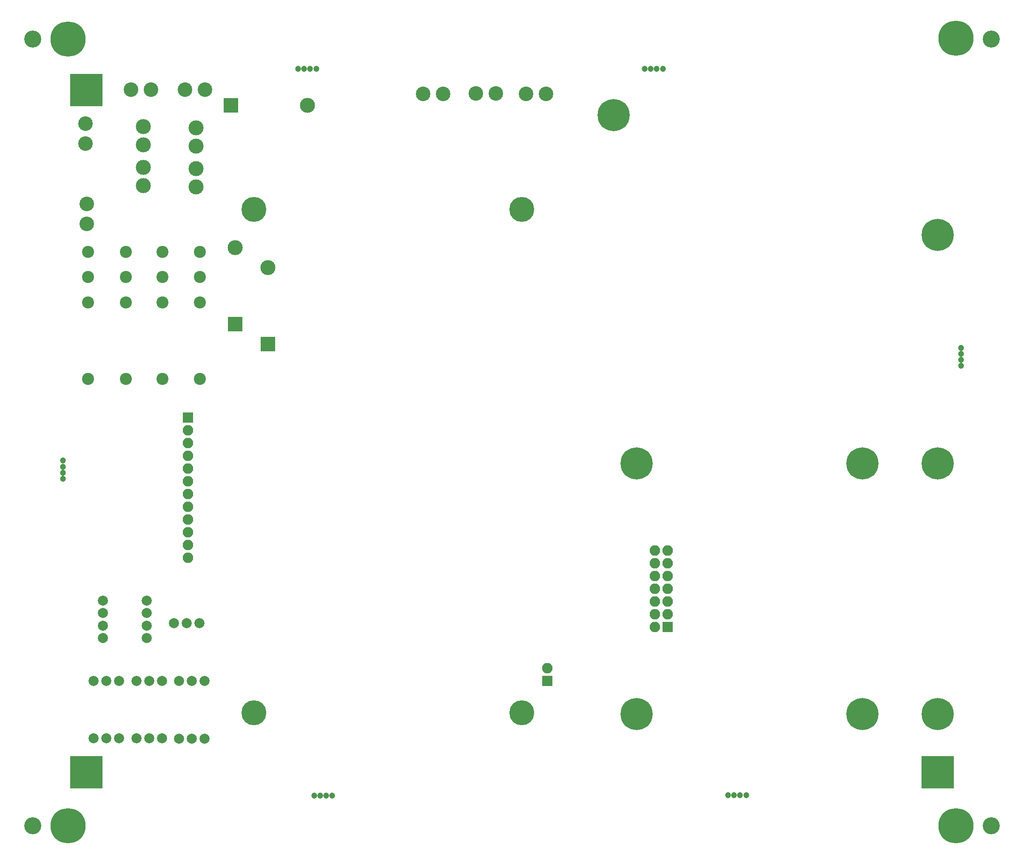
<source format=gbr>
G04 #@! TF.FileFunction,Soldermask,Bot*
%FSLAX46Y46*%
G04 Gerber Fmt 4.6, Leading zero omitted, Abs format (unit mm)*
G04 Created by KiCad (PCBNEW 4.0.6) date 07/17/17 17:34:44*
%MOMM*%
%LPD*%
G01*
G04 APERTURE LIST*
%ADD10C,0.100000*%
%ADD11C,1.200000*%
%ADD12C,3.400000*%
%ADD13R,2.100000X2.100000*%
%ADD14O,2.100000X2.100000*%
%ADD15C,2.400000*%
%ADD16C,3.000000*%
%ADD17C,2.900000*%
%ADD18C,2.000000*%
%ADD19C,4.972000*%
%ADD20R,6.400000X6.400000*%
%ADD21C,6.400000*%
%ADD22C,7.000000*%
%ADD23R,3.000000X3.000000*%
%ADD24O,3.000000X3.000000*%
G04 APERTURE END LIST*
D10*
D11*
X75400000Y-23500000D03*
X79000000Y-23500000D03*
X77800000Y-23500000D03*
X76600000Y-23500000D03*
X78600000Y-168400000D03*
X82200000Y-168400000D03*
X81000000Y-168400000D03*
X79800000Y-168400000D03*
D12*
X22600000Y-17600000D03*
X213400000Y-17600000D03*
X213400000Y-174400000D03*
X22600000Y-174400000D03*
D11*
X28600000Y-104000000D03*
X28600000Y-102800000D03*
X28600000Y-101600000D03*
X28600000Y-105200000D03*
X162200000Y-168300000D03*
X163400000Y-168300000D03*
X164600000Y-168300000D03*
X161000000Y-168300000D03*
D13*
X148970000Y-134750000D03*
D14*
X146430000Y-134750000D03*
X148970000Y-132210000D03*
X146430000Y-132210000D03*
X148970000Y-129670000D03*
X146430000Y-129670000D03*
X148970000Y-127130000D03*
X146430000Y-127130000D03*
X148970000Y-124590000D03*
X146430000Y-124590000D03*
X148970000Y-122050000D03*
X146430000Y-122050000D03*
X148970000Y-119510000D03*
X146430000Y-119510000D03*
D15*
X55850000Y-85330000D03*
X48350000Y-85330000D03*
X48350000Y-65030000D03*
X48350000Y-59990000D03*
X55850000Y-59990000D03*
X55850000Y-65030000D03*
X55850000Y-70070000D03*
X48350000Y-70070000D03*
D16*
X44600000Y-35005000D03*
X44600000Y-46795000D03*
X44600000Y-38665000D03*
X44600000Y-43135000D03*
X55100000Y-35255000D03*
X55100000Y-47045000D03*
X55100000Y-38915000D03*
X55100000Y-43385000D03*
D13*
X53500000Y-93000000D03*
D14*
X53500000Y-95540000D03*
X53500000Y-98080000D03*
X53500000Y-100620000D03*
X53500000Y-103160000D03*
X53500000Y-105700000D03*
X53500000Y-108240000D03*
X53500000Y-110780000D03*
X53500000Y-113320000D03*
X53500000Y-115860000D03*
X53500000Y-118400000D03*
X53500000Y-120940000D03*
D17*
X42120000Y-27650000D03*
X46080000Y-27650000D03*
X52870000Y-27650000D03*
X56830000Y-27650000D03*
X100270000Y-28500000D03*
X104230000Y-28500000D03*
X120770000Y-28500000D03*
X124730000Y-28500000D03*
X110820000Y-28400000D03*
X114780000Y-28400000D03*
X33100000Y-38380000D03*
X33100000Y-34420000D03*
D18*
X45250000Y-131980000D03*
X45250000Y-134480000D03*
X45250000Y-136980000D03*
X45250000Y-129480000D03*
X36500000Y-131980000D03*
X36500000Y-134480000D03*
X36500000Y-136980000D03*
X36500000Y-129480000D03*
X54250000Y-145500000D03*
X56790000Y-145500000D03*
X51710000Y-145500000D03*
X45750000Y-145480000D03*
X48290000Y-145480000D03*
X43210000Y-145480000D03*
X37250000Y-145480000D03*
X39790000Y-145480000D03*
X34710000Y-145480000D03*
X54250000Y-157000000D03*
X56790000Y-157000000D03*
X51710000Y-157000000D03*
X45750000Y-156980000D03*
X48290000Y-156980000D03*
X43210000Y-156980000D03*
X37250000Y-156980000D03*
X39790000Y-156980000D03*
X34710000Y-156980000D03*
D19*
X66560000Y-151850000D03*
X66560000Y-51520000D03*
X119900000Y-51520000D03*
X119900000Y-151850000D03*
D20*
X33250000Y-163730000D03*
X33250000Y-27730000D03*
D21*
X138250000Y-32730000D03*
X202770000Y-56602000D03*
D20*
X202750000Y-163730000D03*
D21*
X202750000Y-152130000D03*
X187750000Y-152130000D03*
X142750000Y-152130000D03*
X202750000Y-102130000D03*
X142750000Y-102130000D03*
X187750000Y-102130000D03*
D18*
X53250000Y-134000000D03*
X55790000Y-134000000D03*
X50710000Y-134000000D03*
D13*
X124980000Y-145500000D03*
D14*
X124980000Y-142960000D03*
D11*
X145600000Y-23500000D03*
X146800000Y-23500000D03*
X148000000Y-23500000D03*
X144400000Y-23500000D03*
X207400000Y-81500000D03*
X207400000Y-80300000D03*
X207400000Y-79100000D03*
X207400000Y-82700000D03*
D22*
X29600000Y-17600000D03*
X206400000Y-17400000D03*
X206400000Y-174400000D03*
X29600000Y-174400000D03*
D23*
X62000000Y-30750000D03*
D24*
X77240000Y-30750000D03*
D23*
X62850000Y-74400000D03*
D24*
X62850000Y-59160000D03*
D17*
X33350000Y-54380000D03*
X33350000Y-50420000D03*
D15*
X41100000Y-85330000D03*
X33600000Y-85330000D03*
X33600000Y-65030000D03*
X33600000Y-59990000D03*
X41100000Y-59990000D03*
X41100000Y-65030000D03*
X41100000Y-70070000D03*
X33600000Y-70070000D03*
D23*
X69350000Y-78400000D03*
D24*
X69350000Y-63160000D03*
M02*

</source>
